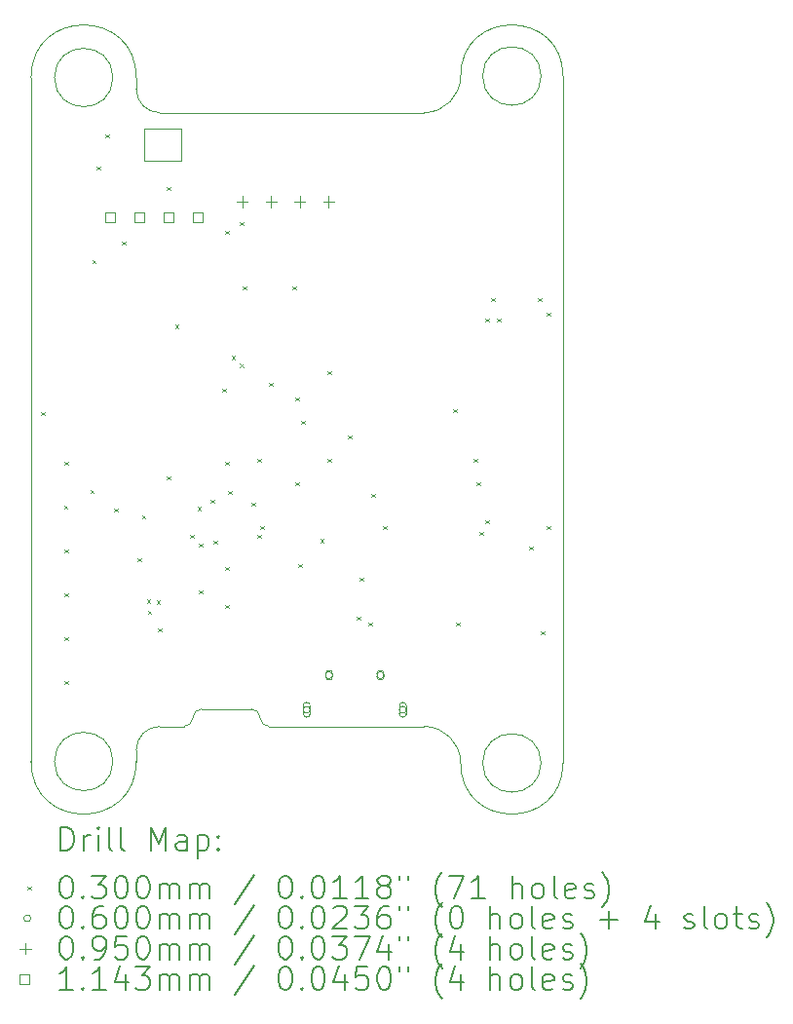
<source format=gbr>
%TF.GenerationSoftware,KiCad,Pcbnew,8.0.9-8.0.9-0~ubuntu24.04.1*%
%TF.CreationDate,2025-04-03T19:38:46-03:00*%
%TF.ProjectId,pm100,706d3130-302e-46b6-9963-61645f706362,rev?*%
%TF.SameCoordinates,Original*%
%TF.FileFunction,Drillmap*%
%TF.FilePolarity,Positive*%
%FSLAX45Y45*%
G04 Gerber Fmt 4.5, Leading zero omitted, Abs format (unit mm)*
G04 Created by KiCad (PCBNEW 8.0.9-8.0.9-0~ubuntu24.04.1) date 2025-04-03 19:38:46*
%MOMM*%
%LPD*%
G01*
G04 APERTURE LIST*
%ADD10C,0.050000*%
%ADD11C,0.120000*%
%ADD12C,0.200000*%
%ADD13C,0.100000*%
%ADD14C,0.114300*%
G04 APERTURE END LIST*
D10*
X16383000Y-3873500D02*
G75*
G02*
X16065500Y-4191000I-317500J0D01*
G01*
X13766800Y-4191000D02*
G75*
G02*
X13563600Y-3987800I0J203200D01*
G01*
X13766800Y-4191000D02*
X16065500Y-4191000D01*
X14055818Y-9448800D02*
G75*
G02*
X14132018Y-9372599I76202J0D01*
G01*
X13360400Y-3886200D02*
G75*
G02*
X12852400Y-3886200I-254000J0D01*
G01*
X12852400Y-3886200D02*
G75*
G02*
X13360400Y-3886200I254000J0D01*
G01*
X14716218Y-9525000D02*
G75*
G02*
X14640020Y-9448800I2J76200D01*
G01*
X14563818Y-9372600D02*
G75*
G02*
X14640020Y-9448800I2J-76200D01*
G01*
X12650000Y-9829800D02*
X12649200Y-3886200D01*
X17272000Y-3873500D02*
X17272000Y-9842500D01*
X17272000Y-9842500D02*
G75*
G02*
X16383000Y-9842500I-444500J0D01*
G01*
X16383000Y-3873500D02*
G75*
G02*
X17272000Y-3873500I444500J0D01*
G01*
X13563600Y-9728200D02*
X13563600Y-9829800D01*
X16065500Y-9525000D02*
G75*
G02*
X16383000Y-9842500I0J-317500D01*
G01*
X14716218Y-9525000D02*
X16065500Y-9525000D01*
X13563600Y-9829800D02*
G75*
G02*
X12649200Y-9829800I-457200J0D01*
G01*
X17081500Y-3873500D02*
G75*
G02*
X16573500Y-3873500I-254000J0D01*
G01*
X16573500Y-3873500D02*
G75*
G02*
X17081500Y-3873500I254000J0D01*
G01*
X13979618Y-9525000D02*
X13766800Y-9525000D01*
X13563600Y-9728200D02*
G75*
G02*
X13766800Y-9525000I203200J0D01*
G01*
X17081500Y-9842500D02*
G75*
G02*
X16573500Y-9842500I-254000J0D01*
G01*
X16573500Y-9842500D02*
G75*
G02*
X17081500Y-9842500I254000J0D01*
G01*
X13563600Y-3886200D02*
X13563600Y-3987800D01*
X13360400Y-9829800D02*
G75*
G02*
X12852400Y-9829800I-254000J0D01*
G01*
X12852400Y-9829800D02*
G75*
G02*
X13360400Y-9829800I254000J0D01*
G01*
X14563818Y-9372600D02*
X14132018Y-9372600D01*
X12649200Y-3886200D02*
G75*
G02*
X13563600Y-3886200I457200J0D01*
G01*
X14055818Y-9448800D02*
G75*
G02*
X13979618Y-9524999I-76199J0D01*
G01*
D11*
X13952200Y-4610400D02*
X13632200Y-4610400D01*
X13632200Y-4330400D01*
X13952200Y-4330400D01*
X13952200Y-4610400D01*
D12*
D13*
X12735800Y-6792200D02*
X12765800Y-6822200D01*
X12765800Y-6792200D02*
X12735800Y-6822200D01*
X12936100Y-7605000D02*
X12966100Y-7635000D01*
X12966100Y-7605000D02*
X12936100Y-7635000D01*
X12939000Y-7224000D02*
X12969000Y-7254000D01*
X12969000Y-7224000D02*
X12939000Y-7254000D01*
X12939000Y-7986000D02*
X12969000Y-8016000D01*
X12969000Y-7986000D02*
X12939000Y-8016000D01*
X12939000Y-8367000D02*
X12969000Y-8397000D01*
X12969000Y-8367000D02*
X12939000Y-8397000D01*
X12939000Y-8748000D02*
X12969000Y-8778000D01*
X12969000Y-8748000D02*
X12939000Y-8778000D01*
X12939000Y-9129000D02*
X12969000Y-9159000D01*
X12969000Y-9129000D02*
X12939000Y-9159000D01*
X13166247Y-7469667D02*
X13196247Y-7499667D01*
X13196247Y-7469667D02*
X13166247Y-7499667D01*
X13180300Y-5471400D02*
X13210300Y-5501400D01*
X13210300Y-5471400D02*
X13180300Y-5501400D01*
X13218400Y-4658600D02*
X13248400Y-4688600D01*
X13248400Y-4658600D02*
X13218400Y-4688600D01*
X13294600Y-4379200D02*
X13324600Y-4409200D01*
X13324600Y-4379200D02*
X13294600Y-4409200D01*
X13370800Y-7630400D02*
X13400800Y-7660400D01*
X13400800Y-7630400D02*
X13370800Y-7660400D01*
X13439462Y-5311462D02*
X13469462Y-5341462D01*
X13469462Y-5311462D02*
X13439462Y-5341462D01*
X13574000Y-8062200D02*
X13604000Y-8092200D01*
X13604000Y-8062200D02*
X13574000Y-8092200D01*
X13611629Y-7687883D02*
X13641629Y-7717883D01*
X13641629Y-7687883D02*
X13611629Y-7717883D01*
X13655922Y-8420498D02*
X13685922Y-8450498D01*
X13685922Y-8420498D02*
X13655922Y-8450498D01*
X13662900Y-8519400D02*
X13692900Y-8549400D01*
X13692900Y-8519400D02*
X13662900Y-8549400D01*
X13740153Y-8431907D02*
X13770153Y-8461907D01*
X13770153Y-8431907D02*
X13740153Y-8461907D01*
X13751240Y-8671450D02*
X13781240Y-8701450D01*
X13781240Y-8671450D02*
X13751240Y-8701450D01*
X13828000Y-4836400D02*
X13858000Y-4866400D01*
X13858000Y-4836400D02*
X13828000Y-4866400D01*
X13828000Y-7351000D02*
X13858000Y-7381000D01*
X13858000Y-7351000D02*
X13828000Y-7381000D01*
X13899929Y-6034470D02*
X13929929Y-6064470D01*
X13929929Y-6034470D02*
X13899929Y-6064470D01*
X14031200Y-7859000D02*
X14061200Y-7889000D01*
X14061200Y-7859000D02*
X14031200Y-7889000D01*
X14096002Y-7619002D02*
X14126002Y-7649002D01*
X14126002Y-7619002D02*
X14096002Y-7649002D01*
X14107400Y-7935200D02*
X14137400Y-7965200D01*
X14137400Y-7935200D02*
X14107400Y-7965200D01*
X14107400Y-8341600D02*
X14137400Y-8371600D01*
X14137400Y-8341600D02*
X14107400Y-8371600D01*
X14209000Y-7554200D02*
X14239000Y-7584200D01*
X14239000Y-7554200D02*
X14209000Y-7584200D01*
X14234400Y-7909800D02*
X14264400Y-7939800D01*
X14264400Y-7909800D02*
X14234400Y-7939800D01*
X14310600Y-6589000D02*
X14340600Y-6619000D01*
X14340600Y-6589000D02*
X14310600Y-6619000D01*
X14336000Y-5217400D02*
X14366000Y-5247400D01*
X14366000Y-5217400D02*
X14336000Y-5247400D01*
X14336000Y-7224000D02*
X14366000Y-7254000D01*
X14366000Y-7224000D02*
X14336000Y-7254000D01*
X14336000Y-8138400D02*
X14366000Y-8168400D01*
X14366000Y-8138400D02*
X14336000Y-8168400D01*
X14336000Y-8468600D02*
X14366000Y-8498600D01*
X14366000Y-8468600D02*
X14336000Y-8498600D01*
X14361400Y-7478000D02*
X14391400Y-7508000D01*
X14391400Y-7478000D02*
X14361400Y-7508000D01*
X14390469Y-6306600D02*
X14420469Y-6336600D01*
X14420469Y-6306600D02*
X14390469Y-6336600D01*
X14463000Y-5141200D02*
X14493000Y-5171200D01*
X14493000Y-5141200D02*
X14463000Y-5171200D01*
X14463000Y-6371600D02*
X14493000Y-6401600D01*
X14493000Y-6371600D02*
X14463000Y-6401600D01*
X14488400Y-5700000D02*
X14518400Y-5730000D01*
X14518400Y-5700000D02*
X14488400Y-5730000D01*
X14564600Y-7579600D02*
X14594600Y-7609600D01*
X14594600Y-7579600D02*
X14564600Y-7609600D01*
X14615400Y-7198600D02*
X14645400Y-7228600D01*
X14645400Y-7198600D02*
X14615400Y-7228600D01*
X14615400Y-7859000D02*
X14645400Y-7889000D01*
X14645400Y-7859000D02*
X14615400Y-7889000D01*
X14640800Y-7782800D02*
X14670800Y-7812800D01*
X14670800Y-7782800D02*
X14640800Y-7812800D01*
X14717000Y-6538200D02*
X14747000Y-6568200D01*
X14747000Y-6538200D02*
X14717000Y-6568200D01*
X14920200Y-5700000D02*
X14950200Y-5730000D01*
X14950200Y-5700000D02*
X14920200Y-5730000D01*
X14945600Y-6665200D02*
X14975600Y-6695200D01*
X14975600Y-6665200D02*
X14945600Y-6695200D01*
X14945600Y-7401800D02*
X14975600Y-7431800D01*
X14975600Y-7401800D02*
X14945600Y-7431800D01*
X14971000Y-8113000D02*
X15001000Y-8143000D01*
X15001000Y-8113000D02*
X14971000Y-8143000D01*
X14996400Y-6868400D02*
X15026400Y-6898400D01*
X15026400Y-6868400D02*
X14996400Y-6898400D01*
X15161500Y-7897100D02*
X15191500Y-7927100D01*
X15191500Y-7897100D02*
X15161500Y-7927100D01*
X15225000Y-6436600D02*
X15255000Y-6466600D01*
X15255000Y-6436600D02*
X15225000Y-6466600D01*
X15225000Y-7198600D02*
X15255000Y-7228600D01*
X15255000Y-7198600D02*
X15225000Y-7228600D01*
X15402800Y-6995400D02*
X15432800Y-7025400D01*
X15432800Y-6995400D02*
X15402800Y-7025400D01*
X15479000Y-8570200D02*
X15509000Y-8600200D01*
X15509000Y-8570200D02*
X15479000Y-8600200D01*
X15503100Y-8230600D02*
X15533100Y-8260600D01*
X15533100Y-8230600D02*
X15503100Y-8260600D01*
X15580600Y-8621000D02*
X15610600Y-8651000D01*
X15610600Y-8621000D02*
X15580600Y-8651000D01*
X15606000Y-7503400D02*
X15636000Y-7533400D01*
X15636000Y-7503400D02*
X15606000Y-7533400D01*
X15707600Y-7782800D02*
X15737600Y-7812800D01*
X15737600Y-7782800D02*
X15707600Y-7812800D01*
X16317200Y-6766800D02*
X16347200Y-6796800D01*
X16347200Y-6766800D02*
X16317200Y-6796800D01*
X16342600Y-8621000D02*
X16372600Y-8651000D01*
X16372600Y-8621000D02*
X16342600Y-8651000D01*
X16495000Y-7198600D02*
X16525000Y-7228600D01*
X16525000Y-7198600D02*
X16495000Y-7228600D01*
X16520400Y-7401800D02*
X16550400Y-7431800D01*
X16550400Y-7401800D02*
X16520400Y-7431800D01*
X16545800Y-7833600D02*
X16575800Y-7863600D01*
X16575800Y-7833600D02*
X16545800Y-7863600D01*
X16596600Y-5979400D02*
X16626600Y-6009400D01*
X16626600Y-5979400D02*
X16596600Y-6009400D01*
X16596600Y-7732000D02*
X16626600Y-7762000D01*
X16626600Y-7732000D02*
X16596600Y-7762000D01*
X16647400Y-5801600D02*
X16677400Y-5831600D01*
X16677400Y-5801600D02*
X16647400Y-5831600D01*
X16698200Y-5979400D02*
X16728200Y-6009400D01*
X16728200Y-5979400D02*
X16698200Y-6009400D01*
X16977600Y-7960600D02*
X17007600Y-7990600D01*
X17007600Y-7960600D02*
X16977600Y-7990600D01*
X17053800Y-5801600D02*
X17083800Y-5831600D01*
X17083800Y-5801600D02*
X17053800Y-5831600D01*
X17079200Y-8697200D02*
X17109200Y-8727200D01*
X17109200Y-8697200D02*
X17079200Y-8727200D01*
X17130000Y-5928600D02*
X17160000Y-5958600D01*
X17160000Y-5928600D02*
X17130000Y-5958600D01*
X17130000Y-7782800D02*
X17160000Y-7812800D01*
X17160000Y-7782800D02*
X17130000Y-7812800D01*
X15074500Y-9380000D02*
G75*
G02*
X15014500Y-9380000I-30000J0D01*
G01*
X15014500Y-9380000D02*
G75*
G02*
X15074500Y-9380000I30000J0D01*
G01*
X15074500Y-9415000D02*
X15074500Y-9345000D01*
X15014500Y-9345000D02*
G75*
G02*
X15074500Y-9345000I30000J0D01*
G01*
X15014500Y-9345000D02*
X15014500Y-9415000D01*
X15014500Y-9415000D02*
G75*
G03*
X15074500Y-9415000I30000J0D01*
G01*
X15269500Y-9080000D02*
G75*
G02*
X15209500Y-9080000I-30000J0D01*
G01*
X15209500Y-9080000D02*
G75*
G02*
X15269500Y-9080000I30000J0D01*
G01*
X15269500Y-9092500D02*
X15269500Y-9067500D01*
X15209500Y-9067500D02*
G75*
G02*
X15269500Y-9067500I30000J0D01*
G01*
X15209500Y-9067500D02*
X15209500Y-9092500D01*
X15209500Y-9092500D02*
G75*
G03*
X15269500Y-9092500I30000J0D01*
G01*
X15714500Y-9080000D02*
G75*
G02*
X15654500Y-9080000I-30000J0D01*
G01*
X15654500Y-9080000D02*
G75*
G02*
X15714500Y-9080000I30000J0D01*
G01*
X15714500Y-9092500D02*
X15714500Y-9067500D01*
X15654500Y-9067500D02*
G75*
G02*
X15714500Y-9067500I30000J0D01*
G01*
X15654500Y-9067500D02*
X15654500Y-9092500D01*
X15654500Y-9092500D02*
G75*
G03*
X15714500Y-9092500I30000J0D01*
G01*
X15909500Y-9380000D02*
G75*
G02*
X15849500Y-9380000I-30000J0D01*
G01*
X15849500Y-9380000D02*
G75*
G02*
X15909500Y-9380000I30000J0D01*
G01*
X15909500Y-9415000D02*
X15909500Y-9345000D01*
X15849500Y-9345000D02*
G75*
G02*
X15909500Y-9345000I30000J0D01*
G01*
X15849500Y-9345000D02*
X15849500Y-9415000D01*
X15849500Y-9415000D02*
G75*
G03*
X15909500Y-9415000I30000J0D01*
G01*
X14485000Y-4917500D02*
X14485000Y-5012500D01*
X14437500Y-4965000D02*
X14532500Y-4965000D01*
X14735000Y-4917500D02*
X14735000Y-5012500D01*
X14687500Y-4965000D02*
X14782500Y-4965000D01*
X14985000Y-4917500D02*
X14985000Y-5012500D01*
X14937500Y-4965000D02*
X15032500Y-4965000D01*
X15235000Y-4917500D02*
X15235000Y-5012500D01*
X15187500Y-4965000D02*
X15282500Y-4965000D01*
D14*
X13375411Y-5140412D02*
X13375411Y-5059589D01*
X13294588Y-5059589D01*
X13294588Y-5140412D01*
X13375411Y-5140412D01*
X13629411Y-5140412D02*
X13629411Y-5059589D01*
X13548588Y-5059589D01*
X13548588Y-5140412D01*
X13629411Y-5140412D01*
X13883411Y-5140412D02*
X13883411Y-5059589D01*
X13802588Y-5059589D01*
X13802588Y-5140412D01*
X13883411Y-5140412D01*
X14137411Y-5140412D02*
X14137411Y-5059589D01*
X14056588Y-5059589D01*
X14056588Y-5140412D01*
X14137411Y-5140412D01*
D12*
X12907477Y-10600984D02*
X12907477Y-10400984D01*
X12907477Y-10400984D02*
X12955096Y-10400984D01*
X12955096Y-10400984D02*
X12983667Y-10410508D01*
X12983667Y-10410508D02*
X13002715Y-10429555D01*
X13002715Y-10429555D02*
X13012239Y-10448603D01*
X13012239Y-10448603D02*
X13021762Y-10486698D01*
X13021762Y-10486698D02*
X13021762Y-10515270D01*
X13021762Y-10515270D02*
X13012239Y-10553365D01*
X13012239Y-10553365D02*
X13002715Y-10572412D01*
X13002715Y-10572412D02*
X12983667Y-10591460D01*
X12983667Y-10591460D02*
X12955096Y-10600984D01*
X12955096Y-10600984D02*
X12907477Y-10600984D01*
X13107477Y-10600984D02*
X13107477Y-10467651D01*
X13107477Y-10505746D02*
X13117001Y-10486698D01*
X13117001Y-10486698D02*
X13126524Y-10477174D01*
X13126524Y-10477174D02*
X13145572Y-10467651D01*
X13145572Y-10467651D02*
X13164620Y-10467651D01*
X13231286Y-10600984D02*
X13231286Y-10467651D01*
X13231286Y-10400984D02*
X13221762Y-10410508D01*
X13221762Y-10410508D02*
X13231286Y-10420032D01*
X13231286Y-10420032D02*
X13240810Y-10410508D01*
X13240810Y-10410508D02*
X13231286Y-10400984D01*
X13231286Y-10400984D02*
X13231286Y-10420032D01*
X13355096Y-10600984D02*
X13336048Y-10591460D01*
X13336048Y-10591460D02*
X13326524Y-10572412D01*
X13326524Y-10572412D02*
X13326524Y-10400984D01*
X13459858Y-10600984D02*
X13440810Y-10591460D01*
X13440810Y-10591460D02*
X13431286Y-10572412D01*
X13431286Y-10572412D02*
X13431286Y-10400984D01*
X13688429Y-10600984D02*
X13688429Y-10400984D01*
X13688429Y-10400984D02*
X13755096Y-10543841D01*
X13755096Y-10543841D02*
X13821762Y-10400984D01*
X13821762Y-10400984D02*
X13821762Y-10600984D01*
X14002715Y-10600984D02*
X14002715Y-10496222D01*
X14002715Y-10496222D02*
X13993191Y-10477174D01*
X13993191Y-10477174D02*
X13974143Y-10467651D01*
X13974143Y-10467651D02*
X13936048Y-10467651D01*
X13936048Y-10467651D02*
X13917001Y-10477174D01*
X14002715Y-10591460D02*
X13983667Y-10600984D01*
X13983667Y-10600984D02*
X13936048Y-10600984D01*
X13936048Y-10600984D02*
X13917001Y-10591460D01*
X13917001Y-10591460D02*
X13907477Y-10572412D01*
X13907477Y-10572412D02*
X13907477Y-10553365D01*
X13907477Y-10553365D02*
X13917001Y-10534317D01*
X13917001Y-10534317D02*
X13936048Y-10524793D01*
X13936048Y-10524793D02*
X13983667Y-10524793D01*
X13983667Y-10524793D02*
X14002715Y-10515270D01*
X14097953Y-10467651D02*
X14097953Y-10667651D01*
X14097953Y-10477174D02*
X14117001Y-10467651D01*
X14117001Y-10467651D02*
X14155096Y-10467651D01*
X14155096Y-10467651D02*
X14174143Y-10477174D01*
X14174143Y-10477174D02*
X14183667Y-10486698D01*
X14183667Y-10486698D02*
X14193191Y-10505746D01*
X14193191Y-10505746D02*
X14193191Y-10562889D01*
X14193191Y-10562889D02*
X14183667Y-10581936D01*
X14183667Y-10581936D02*
X14174143Y-10591460D01*
X14174143Y-10591460D02*
X14155096Y-10600984D01*
X14155096Y-10600984D02*
X14117001Y-10600984D01*
X14117001Y-10600984D02*
X14097953Y-10591460D01*
X14278905Y-10581936D02*
X14288429Y-10591460D01*
X14288429Y-10591460D02*
X14278905Y-10600984D01*
X14278905Y-10600984D02*
X14269382Y-10591460D01*
X14269382Y-10591460D02*
X14278905Y-10581936D01*
X14278905Y-10581936D02*
X14278905Y-10600984D01*
X14278905Y-10477174D02*
X14288429Y-10486698D01*
X14288429Y-10486698D02*
X14278905Y-10496222D01*
X14278905Y-10496222D02*
X14269382Y-10486698D01*
X14269382Y-10486698D02*
X14278905Y-10477174D01*
X14278905Y-10477174D02*
X14278905Y-10496222D01*
D13*
X12616700Y-10914500D02*
X12646700Y-10944500D01*
X12646700Y-10914500D02*
X12616700Y-10944500D01*
D12*
X12945572Y-10820984D02*
X12964620Y-10820984D01*
X12964620Y-10820984D02*
X12983667Y-10830508D01*
X12983667Y-10830508D02*
X12993191Y-10840032D01*
X12993191Y-10840032D02*
X13002715Y-10859079D01*
X13002715Y-10859079D02*
X13012239Y-10897174D01*
X13012239Y-10897174D02*
X13012239Y-10944793D01*
X13012239Y-10944793D02*
X13002715Y-10982889D01*
X13002715Y-10982889D02*
X12993191Y-11001936D01*
X12993191Y-11001936D02*
X12983667Y-11011460D01*
X12983667Y-11011460D02*
X12964620Y-11020984D01*
X12964620Y-11020984D02*
X12945572Y-11020984D01*
X12945572Y-11020984D02*
X12926524Y-11011460D01*
X12926524Y-11011460D02*
X12917001Y-11001936D01*
X12917001Y-11001936D02*
X12907477Y-10982889D01*
X12907477Y-10982889D02*
X12897953Y-10944793D01*
X12897953Y-10944793D02*
X12897953Y-10897174D01*
X12897953Y-10897174D02*
X12907477Y-10859079D01*
X12907477Y-10859079D02*
X12917001Y-10840032D01*
X12917001Y-10840032D02*
X12926524Y-10830508D01*
X12926524Y-10830508D02*
X12945572Y-10820984D01*
X13097953Y-11001936D02*
X13107477Y-11011460D01*
X13107477Y-11011460D02*
X13097953Y-11020984D01*
X13097953Y-11020984D02*
X13088429Y-11011460D01*
X13088429Y-11011460D02*
X13097953Y-11001936D01*
X13097953Y-11001936D02*
X13097953Y-11020984D01*
X13174143Y-10820984D02*
X13297953Y-10820984D01*
X13297953Y-10820984D02*
X13231286Y-10897174D01*
X13231286Y-10897174D02*
X13259858Y-10897174D01*
X13259858Y-10897174D02*
X13278905Y-10906698D01*
X13278905Y-10906698D02*
X13288429Y-10916222D01*
X13288429Y-10916222D02*
X13297953Y-10935270D01*
X13297953Y-10935270D02*
X13297953Y-10982889D01*
X13297953Y-10982889D02*
X13288429Y-11001936D01*
X13288429Y-11001936D02*
X13278905Y-11011460D01*
X13278905Y-11011460D02*
X13259858Y-11020984D01*
X13259858Y-11020984D02*
X13202715Y-11020984D01*
X13202715Y-11020984D02*
X13183667Y-11011460D01*
X13183667Y-11011460D02*
X13174143Y-11001936D01*
X13421762Y-10820984D02*
X13440810Y-10820984D01*
X13440810Y-10820984D02*
X13459858Y-10830508D01*
X13459858Y-10830508D02*
X13469382Y-10840032D01*
X13469382Y-10840032D02*
X13478905Y-10859079D01*
X13478905Y-10859079D02*
X13488429Y-10897174D01*
X13488429Y-10897174D02*
X13488429Y-10944793D01*
X13488429Y-10944793D02*
X13478905Y-10982889D01*
X13478905Y-10982889D02*
X13469382Y-11001936D01*
X13469382Y-11001936D02*
X13459858Y-11011460D01*
X13459858Y-11011460D02*
X13440810Y-11020984D01*
X13440810Y-11020984D02*
X13421762Y-11020984D01*
X13421762Y-11020984D02*
X13402715Y-11011460D01*
X13402715Y-11011460D02*
X13393191Y-11001936D01*
X13393191Y-11001936D02*
X13383667Y-10982889D01*
X13383667Y-10982889D02*
X13374143Y-10944793D01*
X13374143Y-10944793D02*
X13374143Y-10897174D01*
X13374143Y-10897174D02*
X13383667Y-10859079D01*
X13383667Y-10859079D02*
X13393191Y-10840032D01*
X13393191Y-10840032D02*
X13402715Y-10830508D01*
X13402715Y-10830508D02*
X13421762Y-10820984D01*
X13612239Y-10820984D02*
X13631286Y-10820984D01*
X13631286Y-10820984D02*
X13650334Y-10830508D01*
X13650334Y-10830508D02*
X13659858Y-10840032D01*
X13659858Y-10840032D02*
X13669382Y-10859079D01*
X13669382Y-10859079D02*
X13678905Y-10897174D01*
X13678905Y-10897174D02*
X13678905Y-10944793D01*
X13678905Y-10944793D02*
X13669382Y-10982889D01*
X13669382Y-10982889D02*
X13659858Y-11001936D01*
X13659858Y-11001936D02*
X13650334Y-11011460D01*
X13650334Y-11011460D02*
X13631286Y-11020984D01*
X13631286Y-11020984D02*
X13612239Y-11020984D01*
X13612239Y-11020984D02*
X13593191Y-11011460D01*
X13593191Y-11011460D02*
X13583667Y-11001936D01*
X13583667Y-11001936D02*
X13574143Y-10982889D01*
X13574143Y-10982889D02*
X13564620Y-10944793D01*
X13564620Y-10944793D02*
X13564620Y-10897174D01*
X13564620Y-10897174D02*
X13574143Y-10859079D01*
X13574143Y-10859079D02*
X13583667Y-10840032D01*
X13583667Y-10840032D02*
X13593191Y-10830508D01*
X13593191Y-10830508D02*
X13612239Y-10820984D01*
X13764620Y-11020984D02*
X13764620Y-10887651D01*
X13764620Y-10906698D02*
X13774143Y-10897174D01*
X13774143Y-10897174D02*
X13793191Y-10887651D01*
X13793191Y-10887651D02*
X13821763Y-10887651D01*
X13821763Y-10887651D02*
X13840810Y-10897174D01*
X13840810Y-10897174D02*
X13850334Y-10916222D01*
X13850334Y-10916222D02*
X13850334Y-11020984D01*
X13850334Y-10916222D02*
X13859858Y-10897174D01*
X13859858Y-10897174D02*
X13878905Y-10887651D01*
X13878905Y-10887651D02*
X13907477Y-10887651D01*
X13907477Y-10887651D02*
X13926524Y-10897174D01*
X13926524Y-10897174D02*
X13936048Y-10916222D01*
X13936048Y-10916222D02*
X13936048Y-11020984D01*
X14031286Y-11020984D02*
X14031286Y-10887651D01*
X14031286Y-10906698D02*
X14040810Y-10897174D01*
X14040810Y-10897174D02*
X14059858Y-10887651D01*
X14059858Y-10887651D02*
X14088429Y-10887651D01*
X14088429Y-10887651D02*
X14107477Y-10897174D01*
X14107477Y-10897174D02*
X14117001Y-10916222D01*
X14117001Y-10916222D02*
X14117001Y-11020984D01*
X14117001Y-10916222D02*
X14126524Y-10897174D01*
X14126524Y-10897174D02*
X14145572Y-10887651D01*
X14145572Y-10887651D02*
X14174143Y-10887651D01*
X14174143Y-10887651D02*
X14193191Y-10897174D01*
X14193191Y-10897174D02*
X14202715Y-10916222D01*
X14202715Y-10916222D02*
X14202715Y-11020984D01*
X14593191Y-10811460D02*
X14421763Y-11068603D01*
X14850334Y-10820984D02*
X14869382Y-10820984D01*
X14869382Y-10820984D02*
X14888429Y-10830508D01*
X14888429Y-10830508D02*
X14897953Y-10840032D01*
X14897953Y-10840032D02*
X14907477Y-10859079D01*
X14907477Y-10859079D02*
X14917001Y-10897174D01*
X14917001Y-10897174D02*
X14917001Y-10944793D01*
X14917001Y-10944793D02*
X14907477Y-10982889D01*
X14907477Y-10982889D02*
X14897953Y-11001936D01*
X14897953Y-11001936D02*
X14888429Y-11011460D01*
X14888429Y-11011460D02*
X14869382Y-11020984D01*
X14869382Y-11020984D02*
X14850334Y-11020984D01*
X14850334Y-11020984D02*
X14831286Y-11011460D01*
X14831286Y-11011460D02*
X14821763Y-11001936D01*
X14821763Y-11001936D02*
X14812239Y-10982889D01*
X14812239Y-10982889D02*
X14802715Y-10944793D01*
X14802715Y-10944793D02*
X14802715Y-10897174D01*
X14802715Y-10897174D02*
X14812239Y-10859079D01*
X14812239Y-10859079D02*
X14821763Y-10840032D01*
X14821763Y-10840032D02*
X14831286Y-10830508D01*
X14831286Y-10830508D02*
X14850334Y-10820984D01*
X15002715Y-11001936D02*
X15012239Y-11011460D01*
X15012239Y-11011460D02*
X15002715Y-11020984D01*
X15002715Y-11020984D02*
X14993191Y-11011460D01*
X14993191Y-11011460D02*
X15002715Y-11001936D01*
X15002715Y-11001936D02*
X15002715Y-11020984D01*
X15136048Y-10820984D02*
X15155096Y-10820984D01*
X15155096Y-10820984D02*
X15174144Y-10830508D01*
X15174144Y-10830508D02*
X15183667Y-10840032D01*
X15183667Y-10840032D02*
X15193191Y-10859079D01*
X15193191Y-10859079D02*
X15202715Y-10897174D01*
X15202715Y-10897174D02*
X15202715Y-10944793D01*
X15202715Y-10944793D02*
X15193191Y-10982889D01*
X15193191Y-10982889D02*
X15183667Y-11001936D01*
X15183667Y-11001936D02*
X15174144Y-11011460D01*
X15174144Y-11011460D02*
X15155096Y-11020984D01*
X15155096Y-11020984D02*
X15136048Y-11020984D01*
X15136048Y-11020984D02*
X15117001Y-11011460D01*
X15117001Y-11011460D02*
X15107477Y-11001936D01*
X15107477Y-11001936D02*
X15097953Y-10982889D01*
X15097953Y-10982889D02*
X15088429Y-10944793D01*
X15088429Y-10944793D02*
X15088429Y-10897174D01*
X15088429Y-10897174D02*
X15097953Y-10859079D01*
X15097953Y-10859079D02*
X15107477Y-10840032D01*
X15107477Y-10840032D02*
X15117001Y-10830508D01*
X15117001Y-10830508D02*
X15136048Y-10820984D01*
X15393191Y-11020984D02*
X15278906Y-11020984D01*
X15336048Y-11020984D02*
X15336048Y-10820984D01*
X15336048Y-10820984D02*
X15317001Y-10849555D01*
X15317001Y-10849555D02*
X15297953Y-10868603D01*
X15297953Y-10868603D02*
X15278906Y-10878127D01*
X15583667Y-11020984D02*
X15469382Y-11020984D01*
X15526525Y-11020984D02*
X15526525Y-10820984D01*
X15526525Y-10820984D02*
X15507477Y-10849555D01*
X15507477Y-10849555D02*
X15488429Y-10868603D01*
X15488429Y-10868603D02*
X15469382Y-10878127D01*
X15697953Y-10906698D02*
X15678906Y-10897174D01*
X15678906Y-10897174D02*
X15669382Y-10887651D01*
X15669382Y-10887651D02*
X15659858Y-10868603D01*
X15659858Y-10868603D02*
X15659858Y-10859079D01*
X15659858Y-10859079D02*
X15669382Y-10840032D01*
X15669382Y-10840032D02*
X15678906Y-10830508D01*
X15678906Y-10830508D02*
X15697953Y-10820984D01*
X15697953Y-10820984D02*
X15736048Y-10820984D01*
X15736048Y-10820984D02*
X15755096Y-10830508D01*
X15755096Y-10830508D02*
X15764620Y-10840032D01*
X15764620Y-10840032D02*
X15774144Y-10859079D01*
X15774144Y-10859079D02*
X15774144Y-10868603D01*
X15774144Y-10868603D02*
X15764620Y-10887651D01*
X15764620Y-10887651D02*
X15755096Y-10897174D01*
X15755096Y-10897174D02*
X15736048Y-10906698D01*
X15736048Y-10906698D02*
X15697953Y-10906698D01*
X15697953Y-10906698D02*
X15678906Y-10916222D01*
X15678906Y-10916222D02*
X15669382Y-10925746D01*
X15669382Y-10925746D02*
X15659858Y-10944793D01*
X15659858Y-10944793D02*
X15659858Y-10982889D01*
X15659858Y-10982889D02*
X15669382Y-11001936D01*
X15669382Y-11001936D02*
X15678906Y-11011460D01*
X15678906Y-11011460D02*
X15697953Y-11020984D01*
X15697953Y-11020984D02*
X15736048Y-11020984D01*
X15736048Y-11020984D02*
X15755096Y-11011460D01*
X15755096Y-11011460D02*
X15764620Y-11001936D01*
X15764620Y-11001936D02*
X15774144Y-10982889D01*
X15774144Y-10982889D02*
X15774144Y-10944793D01*
X15774144Y-10944793D02*
X15764620Y-10925746D01*
X15764620Y-10925746D02*
X15755096Y-10916222D01*
X15755096Y-10916222D02*
X15736048Y-10906698D01*
X15850334Y-10820984D02*
X15850334Y-10859079D01*
X15926525Y-10820984D02*
X15926525Y-10859079D01*
X16221763Y-11097174D02*
X16212239Y-11087651D01*
X16212239Y-11087651D02*
X16193191Y-11059079D01*
X16193191Y-11059079D02*
X16183668Y-11040032D01*
X16183668Y-11040032D02*
X16174144Y-11011460D01*
X16174144Y-11011460D02*
X16164620Y-10963841D01*
X16164620Y-10963841D02*
X16164620Y-10925746D01*
X16164620Y-10925746D02*
X16174144Y-10878127D01*
X16174144Y-10878127D02*
X16183668Y-10849555D01*
X16183668Y-10849555D02*
X16193191Y-10830508D01*
X16193191Y-10830508D02*
X16212239Y-10801936D01*
X16212239Y-10801936D02*
X16221763Y-10792412D01*
X16278906Y-10820984D02*
X16412239Y-10820984D01*
X16412239Y-10820984D02*
X16326525Y-11020984D01*
X16593191Y-11020984D02*
X16478906Y-11020984D01*
X16536048Y-11020984D02*
X16536048Y-10820984D01*
X16536048Y-10820984D02*
X16517001Y-10849555D01*
X16517001Y-10849555D02*
X16497953Y-10868603D01*
X16497953Y-10868603D02*
X16478906Y-10878127D01*
X16831287Y-11020984D02*
X16831287Y-10820984D01*
X16917001Y-11020984D02*
X16917001Y-10916222D01*
X16917001Y-10916222D02*
X16907477Y-10897174D01*
X16907477Y-10897174D02*
X16888430Y-10887651D01*
X16888430Y-10887651D02*
X16859858Y-10887651D01*
X16859858Y-10887651D02*
X16840811Y-10897174D01*
X16840811Y-10897174D02*
X16831287Y-10906698D01*
X17040811Y-11020984D02*
X17021763Y-11011460D01*
X17021763Y-11011460D02*
X17012239Y-11001936D01*
X17012239Y-11001936D02*
X17002715Y-10982889D01*
X17002715Y-10982889D02*
X17002715Y-10925746D01*
X17002715Y-10925746D02*
X17012239Y-10906698D01*
X17012239Y-10906698D02*
X17021763Y-10897174D01*
X17021763Y-10897174D02*
X17040811Y-10887651D01*
X17040811Y-10887651D02*
X17069382Y-10887651D01*
X17069382Y-10887651D02*
X17088430Y-10897174D01*
X17088430Y-10897174D02*
X17097953Y-10906698D01*
X17097953Y-10906698D02*
X17107477Y-10925746D01*
X17107477Y-10925746D02*
X17107477Y-10982889D01*
X17107477Y-10982889D02*
X17097953Y-11001936D01*
X17097953Y-11001936D02*
X17088430Y-11011460D01*
X17088430Y-11011460D02*
X17069382Y-11020984D01*
X17069382Y-11020984D02*
X17040811Y-11020984D01*
X17221763Y-11020984D02*
X17202715Y-11011460D01*
X17202715Y-11011460D02*
X17193192Y-10992412D01*
X17193192Y-10992412D02*
X17193192Y-10820984D01*
X17374144Y-11011460D02*
X17355096Y-11020984D01*
X17355096Y-11020984D02*
X17317001Y-11020984D01*
X17317001Y-11020984D02*
X17297953Y-11011460D01*
X17297953Y-11011460D02*
X17288430Y-10992412D01*
X17288430Y-10992412D02*
X17288430Y-10916222D01*
X17288430Y-10916222D02*
X17297953Y-10897174D01*
X17297953Y-10897174D02*
X17317001Y-10887651D01*
X17317001Y-10887651D02*
X17355096Y-10887651D01*
X17355096Y-10887651D02*
X17374144Y-10897174D01*
X17374144Y-10897174D02*
X17383668Y-10916222D01*
X17383668Y-10916222D02*
X17383668Y-10935270D01*
X17383668Y-10935270D02*
X17288430Y-10954317D01*
X17459858Y-11011460D02*
X17478906Y-11020984D01*
X17478906Y-11020984D02*
X17517001Y-11020984D01*
X17517001Y-11020984D02*
X17536049Y-11011460D01*
X17536049Y-11011460D02*
X17545573Y-10992412D01*
X17545573Y-10992412D02*
X17545573Y-10982889D01*
X17545573Y-10982889D02*
X17536049Y-10963841D01*
X17536049Y-10963841D02*
X17517001Y-10954317D01*
X17517001Y-10954317D02*
X17488430Y-10954317D01*
X17488430Y-10954317D02*
X17469382Y-10944793D01*
X17469382Y-10944793D02*
X17459858Y-10925746D01*
X17459858Y-10925746D02*
X17459858Y-10916222D01*
X17459858Y-10916222D02*
X17469382Y-10897174D01*
X17469382Y-10897174D02*
X17488430Y-10887651D01*
X17488430Y-10887651D02*
X17517001Y-10887651D01*
X17517001Y-10887651D02*
X17536049Y-10897174D01*
X17612239Y-11097174D02*
X17621763Y-11087651D01*
X17621763Y-11087651D02*
X17640811Y-11059079D01*
X17640811Y-11059079D02*
X17650334Y-11040032D01*
X17650334Y-11040032D02*
X17659858Y-11011460D01*
X17659858Y-11011460D02*
X17669382Y-10963841D01*
X17669382Y-10963841D02*
X17669382Y-10925746D01*
X17669382Y-10925746D02*
X17659858Y-10878127D01*
X17659858Y-10878127D02*
X17650334Y-10849555D01*
X17650334Y-10849555D02*
X17640811Y-10830508D01*
X17640811Y-10830508D02*
X17621763Y-10801936D01*
X17621763Y-10801936D02*
X17612239Y-10792412D01*
D13*
X12646700Y-11193500D02*
G75*
G02*
X12586700Y-11193500I-30000J0D01*
G01*
X12586700Y-11193500D02*
G75*
G02*
X12646700Y-11193500I30000J0D01*
G01*
D12*
X12945572Y-11084984D02*
X12964620Y-11084984D01*
X12964620Y-11084984D02*
X12983667Y-11094508D01*
X12983667Y-11094508D02*
X12993191Y-11104032D01*
X12993191Y-11104032D02*
X13002715Y-11123079D01*
X13002715Y-11123079D02*
X13012239Y-11161174D01*
X13012239Y-11161174D02*
X13012239Y-11208793D01*
X13012239Y-11208793D02*
X13002715Y-11246889D01*
X13002715Y-11246889D02*
X12993191Y-11265936D01*
X12993191Y-11265936D02*
X12983667Y-11275460D01*
X12983667Y-11275460D02*
X12964620Y-11284984D01*
X12964620Y-11284984D02*
X12945572Y-11284984D01*
X12945572Y-11284984D02*
X12926524Y-11275460D01*
X12926524Y-11275460D02*
X12917001Y-11265936D01*
X12917001Y-11265936D02*
X12907477Y-11246889D01*
X12907477Y-11246889D02*
X12897953Y-11208793D01*
X12897953Y-11208793D02*
X12897953Y-11161174D01*
X12897953Y-11161174D02*
X12907477Y-11123079D01*
X12907477Y-11123079D02*
X12917001Y-11104032D01*
X12917001Y-11104032D02*
X12926524Y-11094508D01*
X12926524Y-11094508D02*
X12945572Y-11084984D01*
X13097953Y-11265936D02*
X13107477Y-11275460D01*
X13107477Y-11275460D02*
X13097953Y-11284984D01*
X13097953Y-11284984D02*
X13088429Y-11275460D01*
X13088429Y-11275460D02*
X13097953Y-11265936D01*
X13097953Y-11265936D02*
X13097953Y-11284984D01*
X13278905Y-11084984D02*
X13240810Y-11084984D01*
X13240810Y-11084984D02*
X13221762Y-11094508D01*
X13221762Y-11094508D02*
X13212239Y-11104032D01*
X13212239Y-11104032D02*
X13193191Y-11132603D01*
X13193191Y-11132603D02*
X13183667Y-11170698D01*
X13183667Y-11170698D02*
X13183667Y-11246889D01*
X13183667Y-11246889D02*
X13193191Y-11265936D01*
X13193191Y-11265936D02*
X13202715Y-11275460D01*
X13202715Y-11275460D02*
X13221762Y-11284984D01*
X13221762Y-11284984D02*
X13259858Y-11284984D01*
X13259858Y-11284984D02*
X13278905Y-11275460D01*
X13278905Y-11275460D02*
X13288429Y-11265936D01*
X13288429Y-11265936D02*
X13297953Y-11246889D01*
X13297953Y-11246889D02*
X13297953Y-11199270D01*
X13297953Y-11199270D02*
X13288429Y-11180222D01*
X13288429Y-11180222D02*
X13278905Y-11170698D01*
X13278905Y-11170698D02*
X13259858Y-11161174D01*
X13259858Y-11161174D02*
X13221762Y-11161174D01*
X13221762Y-11161174D02*
X13202715Y-11170698D01*
X13202715Y-11170698D02*
X13193191Y-11180222D01*
X13193191Y-11180222D02*
X13183667Y-11199270D01*
X13421762Y-11084984D02*
X13440810Y-11084984D01*
X13440810Y-11084984D02*
X13459858Y-11094508D01*
X13459858Y-11094508D02*
X13469382Y-11104032D01*
X13469382Y-11104032D02*
X13478905Y-11123079D01*
X13478905Y-11123079D02*
X13488429Y-11161174D01*
X13488429Y-11161174D02*
X13488429Y-11208793D01*
X13488429Y-11208793D02*
X13478905Y-11246889D01*
X13478905Y-11246889D02*
X13469382Y-11265936D01*
X13469382Y-11265936D02*
X13459858Y-11275460D01*
X13459858Y-11275460D02*
X13440810Y-11284984D01*
X13440810Y-11284984D02*
X13421762Y-11284984D01*
X13421762Y-11284984D02*
X13402715Y-11275460D01*
X13402715Y-11275460D02*
X13393191Y-11265936D01*
X13393191Y-11265936D02*
X13383667Y-11246889D01*
X13383667Y-11246889D02*
X13374143Y-11208793D01*
X13374143Y-11208793D02*
X13374143Y-11161174D01*
X13374143Y-11161174D02*
X13383667Y-11123079D01*
X13383667Y-11123079D02*
X13393191Y-11104032D01*
X13393191Y-11104032D02*
X13402715Y-11094508D01*
X13402715Y-11094508D02*
X13421762Y-11084984D01*
X13612239Y-11084984D02*
X13631286Y-11084984D01*
X13631286Y-11084984D02*
X13650334Y-11094508D01*
X13650334Y-11094508D02*
X13659858Y-11104032D01*
X13659858Y-11104032D02*
X13669382Y-11123079D01*
X13669382Y-11123079D02*
X13678905Y-11161174D01*
X13678905Y-11161174D02*
X13678905Y-11208793D01*
X13678905Y-11208793D02*
X13669382Y-11246889D01*
X13669382Y-11246889D02*
X13659858Y-11265936D01*
X13659858Y-11265936D02*
X13650334Y-11275460D01*
X13650334Y-11275460D02*
X13631286Y-11284984D01*
X13631286Y-11284984D02*
X13612239Y-11284984D01*
X13612239Y-11284984D02*
X13593191Y-11275460D01*
X13593191Y-11275460D02*
X13583667Y-11265936D01*
X13583667Y-11265936D02*
X13574143Y-11246889D01*
X13574143Y-11246889D02*
X13564620Y-11208793D01*
X13564620Y-11208793D02*
X13564620Y-11161174D01*
X13564620Y-11161174D02*
X13574143Y-11123079D01*
X13574143Y-11123079D02*
X13583667Y-11104032D01*
X13583667Y-11104032D02*
X13593191Y-11094508D01*
X13593191Y-11094508D02*
X13612239Y-11084984D01*
X13764620Y-11284984D02*
X13764620Y-11151651D01*
X13764620Y-11170698D02*
X13774143Y-11161174D01*
X13774143Y-11161174D02*
X13793191Y-11151651D01*
X13793191Y-11151651D02*
X13821763Y-11151651D01*
X13821763Y-11151651D02*
X13840810Y-11161174D01*
X13840810Y-11161174D02*
X13850334Y-11180222D01*
X13850334Y-11180222D02*
X13850334Y-11284984D01*
X13850334Y-11180222D02*
X13859858Y-11161174D01*
X13859858Y-11161174D02*
X13878905Y-11151651D01*
X13878905Y-11151651D02*
X13907477Y-11151651D01*
X13907477Y-11151651D02*
X13926524Y-11161174D01*
X13926524Y-11161174D02*
X13936048Y-11180222D01*
X13936048Y-11180222D02*
X13936048Y-11284984D01*
X14031286Y-11284984D02*
X14031286Y-11151651D01*
X14031286Y-11170698D02*
X14040810Y-11161174D01*
X14040810Y-11161174D02*
X14059858Y-11151651D01*
X14059858Y-11151651D02*
X14088429Y-11151651D01*
X14088429Y-11151651D02*
X14107477Y-11161174D01*
X14107477Y-11161174D02*
X14117001Y-11180222D01*
X14117001Y-11180222D02*
X14117001Y-11284984D01*
X14117001Y-11180222D02*
X14126524Y-11161174D01*
X14126524Y-11161174D02*
X14145572Y-11151651D01*
X14145572Y-11151651D02*
X14174143Y-11151651D01*
X14174143Y-11151651D02*
X14193191Y-11161174D01*
X14193191Y-11161174D02*
X14202715Y-11180222D01*
X14202715Y-11180222D02*
X14202715Y-11284984D01*
X14593191Y-11075460D02*
X14421763Y-11332603D01*
X14850334Y-11084984D02*
X14869382Y-11084984D01*
X14869382Y-11084984D02*
X14888429Y-11094508D01*
X14888429Y-11094508D02*
X14897953Y-11104032D01*
X14897953Y-11104032D02*
X14907477Y-11123079D01*
X14907477Y-11123079D02*
X14917001Y-11161174D01*
X14917001Y-11161174D02*
X14917001Y-11208793D01*
X14917001Y-11208793D02*
X14907477Y-11246889D01*
X14907477Y-11246889D02*
X14897953Y-11265936D01*
X14897953Y-11265936D02*
X14888429Y-11275460D01*
X14888429Y-11275460D02*
X14869382Y-11284984D01*
X14869382Y-11284984D02*
X14850334Y-11284984D01*
X14850334Y-11284984D02*
X14831286Y-11275460D01*
X14831286Y-11275460D02*
X14821763Y-11265936D01*
X14821763Y-11265936D02*
X14812239Y-11246889D01*
X14812239Y-11246889D02*
X14802715Y-11208793D01*
X14802715Y-11208793D02*
X14802715Y-11161174D01*
X14802715Y-11161174D02*
X14812239Y-11123079D01*
X14812239Y-11123079D02*
X14821763Y-11104032D01*
X14821763Y-11104032D02*
X14831286Y-11094508D01*
X14831286Y-11094508D02*
X14850334Y-11084984D01*
X15002715Y-11265936D02*
X15012239Y-11275460D01*
X15012239Y-11275460D02*
X15002715Y-11284984D01*
X15002715Y-11284984D02*
X14993191Y-11275460D01*
X14993191Y-11275460D02*
X15002715Y-11265936D01*
X15002715Y-11265936D02*
X15002715Y-11284984D01*
X15136048Y-11084984D02*
X15155096Y-11084984D01*
X15155096Y-11084984D02*
X15174144Y-11094508D01*
X15174144Y-11094508D02*
X15183667Y-11104032D01*
X15183667Y-11104032D02*
X15193191Y-11123079D01*
X15193191Y-11123079D02*
X15202715Y-11161174D01*
X15202715Y-11161174D02*
X15202715Y-11208793D01*
X15202715Y-11208793D02*
X15193191Y-11246889D01*
X15193191Y-11246889D02*
X15183667Y-11265936D01*
X15183667Y-11265936D02*
X15174144Y-11275460D01*
X15174144Y-11275460D02*
X15155096Y-11284984D01*
X15155096Y-11284984D02*
X15136048Y-11284984D01*
X15136048Y-11284984D02*
X15117001Y-11275460D01*
X15117001Y-11275460D02*
X15107477Y-11265936D01*
X15107477Y-11265936D02*
X15097953Y-11246889D01*
X15097953Y-11246889D02*
X15088429Y-11208793D01*
X15088429Y-11208793D02*
X15088429Y-11161174D01*
X15088429Y-11161174D02*
X15097953Y-11123079D01*
X15097953Y-11123079D02*
X15107477Y-11104032D01*
X15107477Y-11104032D02*
X15117001Y-11094508D01*
X15117001Y-11094508D02*
X15136048Y-11084984D01*
X15278906Y-11104032D02*
X15288429Y-11094508D01*
X15288429Y-11094508D02*
X15307477Y-11084984D01*
X15307477Y-11084984D02*
X15355096Y-11084984D01*
X15355096Y-11084984D02*
X15374144Y-11094508D01*
X15374144Y-11094508D02*
X15383667Y-11104032D01*
X15383667Y-11104032D02*
X15393191Y-11123079D01*
X15393191Y-11123079D02*
X15393191Y-11142127D01*
X15393191Y-11142127D02*
X15383667Y-11170698D01*
X15383667Y-11170698D02*
X15269382Y-11284984D01*
X15269382Y-11284984D02*
X15393191Y-11284984D01*
X15459858Y-11084984D02*
X15583667Y-11084984D01*
X15583667Y-11084984D02*
X15517001Y-11161174D01*
X15517001Y-11161174D02*
X15545572Y-11161174D01*
X15545572Y-11161174D02*
X15564620Y-11170698D01*
X15564620Y-11170698D02*
X15574144Y-11180222D01*
X15574144Y-11180222D02*
X15583667Y-11199270D01*
X15583667Y-11199270D02*
X15583667Y-11246889D01*
X15583667Y-11246889D02*
X15574144Y-11265936D01*
X15574144Y-11265936D02*
X15564620Y-11275460D01*
X15564620Y-11275460D02*
X15545572Y-11284984D01*
X15545572Y-11284984D02*
X15488429Y-11284984D01*
X15488429Y-11284984D02*
X15469382Y-11275460D01*
X15469382Y-11275460D02*
X15459858Y-11265936D01*
X15755096Y-11084984D02*
X15717001Y-11084984D01*
X15717001Y-11084984D02*
X15697953Y-11094508D01*
X15697953Y-11094508D02*
X15688429Y-11104032D01*
X15688429Y-11104032D02*
X15669382Y-11132603D01*
X15669382Y-11132603D02*
X15659858Y-11170698D01*
X15659858Y-11170698D02*
X15659858Y-11246889D01*
X15659858Y-11246889D02*
X15669382Y-11265936D01*
X15669382Y-11265936D02*
X15678906Y-11275460D01*
X15678906Y-11275460D02*
X15697953Y-11284984D01*
X15697953Y-11284984D02*
X15736048Y-11284984D01*
X15736048Y-11284984D02*
X15755096Y-11275460D01*
X15755096Y-11275460D02*
X15764620Y-11265936D01*
X15764620Y-11265936D02*
X15774144Y-11246889D01*
X15774144Y-11246889D02*
X15774144Y-11199270D01*
X15774144Y-11199270D02*
X15764620Y-11180222D01*
X15764620Y-11180222D02*
X15755096Y-11170698D01*
X15755096Y-11170698D02*
X15736048Y-11161174D01*
X15736048Y-11161174D02*
X15697953Y-11161174D01*
X15697953Y-11161174D02*
X15678906Y-11170698D01*
X15678906Y-11170698D02*
X15669382Y-11180222D01*
X15669382Y-11180222D02*
X15659858Y-11199270D01*
X15850334Y-11084984D02*
X15850334Y-11123079D01*
X15926525Y-11084984D02*
X15926525Y-11123079D01*
X16221763Y-11361174D02*
X16212239Y-11351650D01*
X16212239Y-11351650D02*
X16193191Y-11323079D01*
X16193191Y-11323079D02*
X16183668Y-11304031D01*
X16183668Y-11304031D02*
X16174144Y-11275460D01*
X16174144Y-11275460D02*
X16164620Y-11227841D01*
X16164620Y-11227841D02*
X16164620Y-11189746D01*
X16164620Y-11189746D02*
X16174144Y-11142127D01*
X16174144Y-11142127D02*
X16183668Y-11113555D01*
X16183668Y-11113555D02*
X16193191Y-11094508D01*
X16193191Y-11094508D02*
X16212239Y-11065936D01*
X16212239Y-11065936D02*
X16221763Y-11056412D01*
X16336048Y-11084984D02*
X16355096Y-11084984D01*
X16355096Y-11084984D02*
X16374144Y-11094508D01*
X16374144Y-11094508D02*
X16383668Y-11104032D01*
X16383668Y-11104032D02*
X16393191Y-11123079D01*
X16393191Y-11123079D02*
X16402715Y-11161174D01*
X16402715Y-11161174D02*
X16402715Y-11208793D01*
X16402715Y-11208793D02*
X16393191Y-11246889D01*
X16393191Y-11246889D02*
X16383668Y-11265936D01*
X16383668Y-11265936D02*
X16374144Y-11275460D01*
X16374144Y-11275460D02*
X16355096Y-11284984D01*
X16355096Y-11284984D02*
X16336048Y-11284984D01*
X16336048Y-11284984D02*
X16317001Y-11275460D01*
X16317001Y-11275460D02*
X16307477Y-11265936D01*
X16307477Y-11265936D02*
X16297953Y-11246889D01*
X16297953Y-11246889D02*
X16288429Y-11208793D01*
X16288429Y-11208793D02*
X16288429Y-11161174D01*
X16288429Y-11161174D02*
X16297953Y-11123079D01*
X16297953Y-11123079D02*
X16307477Y-11104032D01*
X16307477Y-11104032D02*
X16317001Y-11094508D01*
X16317001Y-11094508D02*
X16336048Y-11084984D01*
X16640810Y-11284984D02*
X16640810Y-11084984D01*
X16726525Y-11284984D02*
X16726525Y-11180222D01*
X16726525Y-11180222D02*
X16717001Y-11161174D01*
X16717001Y-11161174D02*
X16697953Y-11151651D01*
X16697953Y-11151651D02*
X16669382Y-11151651D01*
X16669382Y-11151651D02*
X16650334Y-11161174D01*
X16650334Y-11161174D02*
X16640810Y-11170698D01*
X16850334Y-11284984D02*
X16831287Y-11275460D01*
X16831287Y-11275460D02*
X16821763Y-11265936D01*
X16821763Y-11265936D02*
X16812239Y-11246889D01*
X16812239Y-11246889D02*
X16812239Y-11189746D01*
X16812239Y-11189746D02*
X16821763Y-11170698D01*
X16821763Y-11170698D02*
X16831287Y-11161174D01*
X16831287Y-11161174D02*
X16850334Y-11151651D01*
X16850334Y-11151651D02*
X16878906Y-11151651D01*
X16878906Y-11151651D02*
X16897953Y-11161174D01*
X16897953Y-11161174D02*
X16907477Y-11170698D01*
X16907477Y-11170698D02*
X16917001Y-11189746D01*
X16917001Y-11189746D02*
X16917001Y-11246889D01*
X16917001Y-11246889D02*
X16907477Y-11265936D01*
X16907477Y-11265936D02*
X16897953Y-11275460D01*
X16897953Y-11275460D02*
X16878906Y-11284984D01*
X16878906Y-11284984D02*
X16850334Y-11284984D01*
X17031287Y-11284984D02*
X17012239Y-11275460D01*
X17012239Y-11275460D02*
X17002715Y-11256412D01*
X17002715Y-11256412D02*
X17002715Y-11084984D01*
X17183668Y-11275460D02*
X17164620Y-11284984D01*
X17164620Y-11284984D02*
X17126525Y-11284984D01*
X17126525Y-11284984D02*
X17107477Y-11275460D01*
X17107477Y-11275460D02*
X17097953Y-11256412D01*
X17097953Y-11256412D02*
X17097953Y-11180222D01*
X17097953Y-11180222D02*
X17107477Y-11161174D01*
X17107477Y-11161174D02*
X17126525Y-11151651D01*
X17126525Y-11151651D02*
X17164620Y-11151651D01*
X17164620Y-11151651D02*
X17183668Y-11161174D01*
X17183668Y-11161174D02*
X17193192Y-11180222D01*
X17193192Y-11180222D02*
X17193192Y-11199270D01*
X17193192Y-11199270D02*
X17097953Y-11218317D01*
X17269382Y-11275460D02*
X17288430Y-11284984D01*
X17288430Y-11284984D02*
X17326525Y-11284984D01*
X17326525Y-11284984D02*
X17345573Y-11275460D01*
X17345573Y-11275460D02*
X17355096Y-11256412D01*
X17355096Y-11256412D02*
X17355096Y-11246889D01*
X17355096Y-11246889D02*
X17345573Y-11227841D01*
X17345573Y-11227841D02*
X17326525Y-11218317D01*
X17326525Y-11218317D02*
X17297953Y-11218317D01*
X17297953Y-11218317D02*
X17278906Y-11208793D01*
X17278906Y-11208793D02*
X17269382Y-11189746D01*
X17269382Y-11189746D02*
X17269382Y-11180222D01*
X17269382Y-11180222D02*
X17278906Y-11161174D01*
X17278906Y-11161174D02*
X17297953Y-11151651D01*
X17297953Y-11151651D02*
X17326525Y-11151651D01*
X17326525Y-11151651D02*
X17345573Y-11161174D01*
X17593192Y-11208793D02*
X17745573Y-11208793D01*
X17669382Y-11284984D02*
X17669382Y-11132603D01*
X18078906Y-11151651D02*
X18078906Y-11284984D01*
X18031287Y-11075460D02*
X17983668Y-11218317D01*
X17983668Y-11218317D02*
X18107477Y-11218317D01*
X18326525Y-11275460D02*
X18345573Y-11284984D01*
X18345573Y-11284984D02*
X18383668Y-11284984D01*
X18383668Y-11284984D02*
X18402716Y-11275460D01*
X18402716Y-11275460D02*
X18412239Y-11256412D01*
X18412239Y-11256412D02*
X18412239Y-11246889D01*
X18412239Y-11246889D02*
X18402716Y-11227841D01*
X18402716Y-11227841D02*
X18383668Y-11218317D01*
X18383668Y-11218317D02*
X18355096Y-11218317D01*
X18355096Y-11218317D02*
X18336049Y-11208793D01*
X18336049Y-11208793D02*
X18326525Y-11189746D01*
X18326525Y-11189746D02*
X18326525Y-11180222D01*
X18326525Y-11180222D02*
X18336049Y-11161174D01*
X18336049Y-11161174D02*
X18355096Y-11151651D01*
X18355096Y-11151651D02*
X18383668Y-11151651D01*
X18383668Y-11151651D02*
X18402716Y-11161174D01*
X18526525Y-11284984D02*
X18507477Y-11275460D01*
X18507477Y-11275460D02*
X18497954Y-11256412D01*
X18497954Y-11256412D02*
X18497954Y-11084984D01*
X18631287Y-11284984D02*
X18612239Y-11275460D01*
X18612239Y-11275460D02*
X18602716Y-11265936D01*
X18602716Y-11265936D02*
X18593192Y-11246889D01*
X18593192Y-11246889D02*
X18593192Y-11189746D01*
X18593192Y-11189746D02*
X18602716Y-11170698D01*
X18602716Y-11170698D02*
X18612239Y-11161174D01*
X18612239Y-11161174D02*
X18631287Y-11151651D01*
X18631287Y-11151651D02*
X18659858Y-11151651D01*
X18659858Y-11151651D02*
X18678906Y-11161174D01*
X18678906Y-11161174D02*
X18688430Y-11170698D01*
X18688430Y-11170698D02*
X18697954Y-11189746D01*
X18697954Y-11189746D02*
X18697954Y-11246889D01*
X18697954Y-11246889D02*
X18688430Y-11265936D01*
X18688430Y-11265936D02*
X18678906Y-11275460D01*
X18678906Y-11275460D02*
X18659858Y-11284984D01*
X18659858Y-11284984D02*
X18631287Y-11284984D01*
X18755097Y-11151651D02*
X18831287Y-11151651D01*
X18783668Y-11084984D02*
X18783668Y-11256412D01*
X18783668Y-11256412D02*
X18793192Y-11275460D01*
X18793192Y-11275460D02*
X18812239Y-11284984D01*
X18812239Y-11284984D02*
X18831287Y-11284984D01*
X18888430Y-11275460D02*
X18907477Y-11284984D01*
X18907477Y-11284984D02*
X18945573Y-11284984D01*
X18945573Y-11284984D02*
X18964620Y-11275460D01*
X18964620Y-11275460D02*
X18974144Y-11256412D01*
X18974144Y-11256412D02*
X18974144Y-11246889D01*
X18974144Y-11246889D02*
X18964620Y-11227841D01*
X18964620Y-11227841D02*
X18945573Y-11218317D01*
X18945573Y-11218317D02*
X18917001Y-11218317D01*
X18917001Y-11218317D02*
X18897954Y-11208793D01*
X18897954Y-11208793D02*
X18888430Y-11189746D01*
X18888430Y-11189746D02*
X18888430Y-11180222D01*
X18888430Y-11180222D02*
X18897954Y-11161174D01*
X18897954Y-11161174D02*
X18917001Y-11151651D01*
X18917001Y-11151651D02*
X18945573Y-11151651D01*
X18945573Y-11151651D02*
X18964620Y-11161174D01*
X19040811Y-11361174D02*
X19050335Y-11351650D01*
X19050335Y-11351650D02*
X19069382Y-11323079D01*
X19069382Y-11323079D02*
X19078906Y-11304031D01*
X19078906Y-11304031D02*
X19088430Y-11275460D01*
X19088430Y-11275460D02*
X19097954Y-11227841D01*
X19097954Y-11227841D02*
X19097954Y-11189746D01*
X19097954Y-11189746D02*
X19088430Y-11142127D01*
X19088430Y-11142127D02*
X19078906Y-11113555D01*
X19078906Y-11113555D02*
X19069382Y-11094508D01*
X19069382Y-11094508D02*
X19050335Y-11065936D01*
X19050335Y-11065936D02*
X19040811Y-11056412D01*
D13*
X12599200Y-11410000D02*
X12599200Y-11505000D01*
X12551700Y-11457500D02*
X12646700Y-11457500D01*
D12*
X12945572Y-11348984D02*
X12964620Y-11348984D01*
X12964620Y-11348984D02*
X12983667Y-11358508D01*
X12983667Y-11358508D02*
X12993191Y-11368031D01*
X12993191Y-11368031D02*
X13002715Y-11387079D01*
X13002715Y-11387079D02*
X13012239Y-11425174D01*
X13012239Y-11425174D02*
X13012239Y-11472793D01*
X13012239Y-11472793D02*
X13002715Y-11510889D01*
X13002715Y-11510889D02*
X12993191Y-11529936D01*
X12993191Y-11529936D02*
X12983667Y-11539460D01*
X12983667Y-11539460D02*
X12964620Y-11548984D01*
X12964620Y-11548984D02*
X12945572Y-11548984D01*
X12945572Y-11548984D02*
X12926524Y-11539460D01*
X12926524Y-11539460D02*
X12917001Y-11529936D01*
X12917001Y-11529936D02*
X12907477Y-11510889D01*
X12907477Y-11510889D02*
X12897953Y-11472793D01*
X12897953Y-11472793D02*
X12897953Y-11425174D01*
X12897953Y-11425174D02*
X12907477Y-11387079D01*
X12907477Y-11387079D02*
X12917001Y-11368031D01*
X12917001Y-11368031D02*
X12926524Y-11358508D01*
X12926524Y-11358508D02*
X12945572Y-11348984D01*
X13097953Y-11529936D02*
X13107477Y-11539460D01*
X13107477Y-11539460D02*
X13097953Y-11548984D01*
X13097953Y-11548984D02*
X13088429Y-11539460D01*
X13088429Y-11539460D02*
X13097953Y-11529936D01*
X13097953Y-11529936D02*
X13097953Y-11548984D01*
X13202715Y-11548984D02*
X13240810Y-11548984D01*
X13240810Y-11548984D02*
X13259858Y-11539460D01*
X13259858Y-11539460D02*
X13269382Y-11529936D01*
X13269382Y-11529936D02*
X13288429Y-11501365D01*
X13288429Y-11501365D02*
X13297953Y-11463270D01*
X13297953Y-11463270D02*
X13297953Y-11387079D01*
X13297953Y-11387079D02*
X13288429Y-11368031D01*
X13288429Y-11368031D02*
X13278905Y-11358508D01*
X13278905Y-11358508D02*
X13259858Y-11348984D01*
X13259858Y-11348984D02*
X13221762Y-11348984D01*
X13221762Y-11348984D02*
X13202715Y-11358508D01*
X13202715Y-11358508D02*
X13193191Y-11368031D01*
X13193191Y-11368031D02*
X13183667Y-11387079D01*
X13183667Y-11387079D02*
X13183667Y-11434698D01*
X13183667Y-11434698D02*
X13193191Y-11453746D01*
X13193191Y-11453746D02*
X13202715Y-11463270D01*
X13202715Y-11463270D02*
X13221762Y-11472793D01*
X13221762Y-11472793D02*
X13259858Y-11472793D01*
X13259858Y-11472793D02*
X13278905Y-11463270D01*
X13278905Y-11463270D02*
X13288429Y-11453746D01*
X13288429Y-11453746D02*
X13297953Y-11434698D01*
X13478905Y-11348984D02*
X13383667Y-11348984D01*
X13383667Y-11348984D02*
X13374143Y-11444222D01*
X13374143Y-11444222D02*
X13383667Y-11434698D01*
X13383667Y-11434698D02*
X13402715Y-11425174D01*
X13402715Y-11425174D02*
X13450334Y-11425174D01*
X13450334Y-11425174D02*
X13469382Y-11434698D01*
X13469382Y-11434698D02*
X13478905Y-11444222D01*
X13478905Y-11444222D02*
X13488429Y-11463270D01*
X13488429Y-11463270D02*
X13488429Y-11510889D01*
X13488429Y-11510889D02*
X13478905Y-11529936D01*
X13478905Y-11529936D02*
X13469382Y-11539460D01*
X13469382Y-11539460D02*
X13450334Y-11548984D01*
X13450334Y-11548984D02*
X13402715Y-11548984D01*
X13402715Y-11548984D02*
X13383667Y-11539460D01*
X13383667Y-11539460D02*
X13374143Y-11529936D01*
X13612239Y-11348984D02*
X13631286Y-11348984D01*
X13631286Y-11348984D02*
X13650334Y-11358508D01*
X13650334Y-11358508D02*
X13659858Y-11368031D01*
X13659858Y-11368031D02*
X13669382Y-11387079D01*
X13669382Y-11387079D02*
X13678905Y-11425174D01*
X13678905Y-11425174D02*
X13678905Y-11472793D01*
X13678905Y-11472793D02*
X13669382Y-11510889D01*
X13669382Y-11510889D02*
X13659858Y-11529936D01*
X13659858Y-11529936D02*
X13650334Y-11539460D01*
X13650334Y-11539460D02*
X13631286Y-11548984D01*
X13631286Y-11548984D02*
X13612239Y-11548984D01*
X13612239Y-11548984D02*
X13593191Y-11539460D01*
X13593191Y-11539460D02*
X13583667Y-11529936D01*
X13583667Y-11529936D02*
X13574143Y-11510889D01*
X13574143Y-11510889D02*
X13564620Y-11472793D01*
X13564620Y-11472793D02*
X13564620Y-11425174D01*
X13564620Y-11425174D02*
X13574143Y-11387079D01*
X13574143Y-11387079D02*
X13583667Y-11368031D01*
X13583667Y-11368031D02*
X13593191Y-11358508D01*
X13593191Y-11358508D02*
X13612239Y-11348984D01*
X13764620Y-11548984D02*
X13764620Y-11415650D01*
X13764620Y-11434698D02*
X13774143Y-11425174D01*
X13774143Y-11425174D02*
X13793191Y-11415650D01*
X13793191Y-11415650D02*
X13821763Y-11415650D01*
X13821763Y-11415650D02*
X13840810Y-11425174D01*
X13840810Y-11425174D02*
X13850334Y-11444222D01*
X13850334Y-11444222D02*
X13850334Y-11548984D01*
X13850334Y-11444222D02*
X13859858Y-11425174D01*
X13859858Y-11425174D02*
X13878905Y-11415650D01*
X13878905Y-11415650D02*
X13907477Y-11415650D01*
X13907477Y-11415650D02*
X13926524Y-11425174D01*
X13926524Y-11425174D02*
X13936048Y-11444222D01*
X13936048Y-11444222D02*
X13936048Y-11548984D01*
X14031286Y-11548984D02*
X14031286Y-11415650D01*
X14031286Y-11434698D02*
X14040810Y-11425174D01*
X14040810Y-11425174D02*
X14059858Y-11415650D01*
X14059858Y-11415650D02*
X14088429Y-11415650D01*
X14088429Y-11415650D02*
X14107477Y-11425174D01*
X14107477Y-11425174D02*
X14117001Y-11444222D01*
X14117001Y-11444222D02*
X14117001Y-11548984D01*
X14117001Y-11444222D02*
X14126524Y-11425174D01*
X14126524Y-11425174D02*
X14145572Y-11415650D01*
X14145572Y-11415650D02*
X14174143Y-11415650D01*
X14174143Y-11415650D02*
X14193191Y-11425174D01*
X14193191Y-11425174D02*
X14202715Y-11444222D01*
X14202715Y-11444222D02*
X14202715Y-11548984D01*
X14593191Y-11339460D02*
X14421763Y-11596603D01*
X14850334Y-11348984D02*
X14869382Y-11348984D01*
X14869382Y-11348984D02*
X14888429Y-11358508D01*
X14888429Y-11358508D02*
X14897953Y-11368031D01*
X14897953Y-11368031D02*
X14907477Y-11387079D01*
X14907477Y-11387079D02*
X14917001Y-11425174D01*
X14917001Y-11425174D02*
X14917001Y-11472793D01*
X14917001Y-11472793D02*
X14907477Y-11510889D01*
X14907477Y-11510889D02*
X14897953Y-11529936D01*
X14897953Y-11529936D02*
X14888429Y-11539460D01*
X14888429Y-11539460D02*
X14869382Y-11548984D01*
X14869382Y-11548984D02*
X14850334Y-11548984D01*
X14850334Y-11548984D02*
X14831286Y-11539460D01*
X14831286Y-11539460D02*
X14821763Y-11529936D01*
X14821763Y-11529936D02*
X14812239Y-11510889D01*
X14812239Y-11510889D02*
X14802715Y-11472793D01*
X14802715Y-11472793D02*
X14802715Y-11425174D01*
X14802715Y-11425174D02*
X14812239Y-11387079D01*
X14812239Y-11387079D02*
X14821763Y-11368031D01*
X14821763Y-11368031D02*
X14831286Y-11358508D01*
X14831286Y-11358508D02*
X14850334Y-11348984D01*
X15002715Y-11529936D02*
X15012239Y-11539460D01*
X15012239Y-11539460D02*
X15002715Y-11548984D01*
X15002715Y-11548984D02*
X14993191Y-11539460D01*
X14993191Y-11539460D02*
X15002715Y-11529936D01*
X15002715Y-11529936D02*
X15002715Y-11548984D01*
X15136048Y-11348984D02*
X15155096Y-11348984D01*
X15155096Y-11348984D02*
X15174144Y-11358508D01*
X15174144Y-11358508D02*
X15183667Y-11368031D01*
X15183667Y-11368031D02*
X15193191Y-11387079D01*
X15193191Y-11387079D02*
X15202715Y-11425174D01*
X15202715Y-11425174D02*
X15202715Y-11472793D01*
X15202715Y-11472793D02*
X15193191Y-11510889D01*
X15193191Y-11510889D02*
X15183667Y-11529936D01*
X15183667Y-11529936D02*
X15174144Y-11539460D01*
X15174144Y-11539460D02*
X15155096Y-11548984D01*
X15155096Y-11548984D02*
X15136048Y-11548984D01*
X15136048Y-11548984D02*
X15117001Y-11539460D01*
X15117001Y-11539460D02*
X15107477Y-11529936D01*
X15107477Y-11529936D02*
X15097953Y-11510889D01*
X15097953Y-11510889D02*
X15088429Y-11472793D01*
X15088429Y-11472793D02*
X15088429Y-11425174D01*
X15088429Y-11425174D02*
X15097953Y-11387079D01*
X15097953Y-11387079D02*
X15107477Y-11368031D01*
X15107477Y-11368031D02*
X15117001Y-11358508D01*
X15117001Y-11358508D02*
X15136048Y-11348984D01*
X15269382Y-11348984D02*
X15393191Y-11348984D01*
X15393191Y-11348984D02*
X15326525Y-11425174D01*
X15326525Y-11425174D02*
X15355096Y-11425174D01*
X15355096Y-11425174D02*
X15374144Y-11434698D01*
X15374144Y-11434698D02*
X15383667Y-11444222D01*
X15383667Y-11444222D02*
X15393191Y-11463270D01*
X15393191Y-11463270D02*
X15393191Y-11510889D01*
X15393191Y-11510889D02*
X15383667Y-11529936D01*
X15383667Y-11529936D02*
X15374144Y-11539460D01*
X15374144Y-11539460D02*
X15355096Y-11548984D01*
X15355096Y-11548984D02*
X15297953Y-11548984D01*
X15297953Y-11548984D02*
X15278906Y-11539460D01*
X15278906Y-11539460D02*
X15269382Y-11529936D01*
X15459858Y-11348984D02*
X15593191Y-11348984D01*
X15593191Y-11348984D02*
X15507477Y-11548984D01*
X15755096Y-11415650D02*
X15755096Y-11548984D01*
X15707477Y-11339460D02*
X15659858Y-11482317D01*
X15659858Y-11482317D02*
X15783667Y-11482317D01*
X15850334Y-11348984D02*
X15850334Y-11387079D01*
X15926525Y-11348984D02*
X15926525Y-11387079D01*
X16221763Y-11625174D02*
X16212239Y-11615650D01*
X16212239Y-11615650D02*
X16193191Y-11587079D01*
X16193191Y-11587079D02*
X16183668Y-11568031D01*
X16183668Y-11568031D02*
X16174144Y-11539460D01*
X16174144Y-11539460D02*
X16164620Y-11491841D01*
X16164620Y-11491841D02*
X16164620Y-11453746D01*
X16164620Y-11453746D02*
X16174144Y-11406127D01*
X16174144Y-11406127D02*
X16183668Y-11377555D01*
X16183668Y-11377555D02*
X16193191Y-11358508D01*
X16193191Y-11358508D02*
X16212239Y-11329936D01*
X16212239Y-11329936D02*
X16221763Y-11320412D01*
X16383668Y-11415650D02*
X16383668Y-11548984D01*
X16336048Y-11339460D02*
X16288429Y-11482317D01*
X16288429Y-11482317D02*
X16412239Y-11482317D01*
X16640810Y-11548984D02*
X16640810Y-11348984D01*
X16726525Y-11548984D02*
X16726525Y-11444222D01*
X16726525Y-11444222D02*
X16717001Y-11425174D01*
X16717001Y-11425174D02*
X16697953Y-11415650D01*
X16697953Y-11415650D02*
X16669382Y-11415650D01*
X16669382Y-11415650D02*
X16650334Y-11425174D01*
X16650334Y-11425174D02*
X16640810Y-11434698D01*
X16850334Y-11548984D02*
X16831287Y-11539460D01*
X16831287Y-11539460D02*
X16821763Y-11529936D01*
X16821763Y-11529936D02*
X16812239Y-11510889D01*
X16812239Y-11510889D02*
X16812239Y-11453746D01*
X16812239Y-11453746D02*
X16821763Y-11434698D01*
X16821763Y-11434698D02*
X16831287Y-11425174D01*
X16831287Y-11425174D02*
X16850334Y-11415650D01*
X16850334Y-11415650D02*
X16878906Y-11415650D01*
X16878906Y-11415650D02*
X16897953Y-11425174D01*
X16897953Y-11425174D02*
X16907477Y-11434698D01*
X16907477Y-11434698D02*
X16917001Y-11453746D01*
X16917001Y-11453746D02*
X16917001Y-11510889D01*
X16917001Y-11510889D02*
X16907477Y-11529936D01*
X16907477Y-11529936D02*
X16897953Y-11539460D01*
X16897953Y-11539460D02*
X16878906Y-11548984D01*
X16878906Y-11548984D02*
X16850334Y-11548984D01*
X17031287Y-11548984D02*
X17012239Y-11539460D01*
X17012239Y-11539460D02*
X17002715Y-11520412D01*
X17002715Y-11520412D02*
X17002715Y-11348984D01*
X17183668Y-11539460D02*
X17164620Y-11548984D01*
X17164620Y-11548984D02*
X17126525Y-11548984D01*
X17126525Y-11548984D02*
X17107477Y-11539460D01*
X17107477Y-11539460D02*
X17097953Y-11520412D01*
X17097953Y-11520412D02*
X17097953Y-11444222D01*
X17097953Y-11444222D02*
X17107477Y-11425174D01*
X17107477Y-11425174D02*
X17126525Y-11415650D01*
X17126525Y-11415650D02*
X17164620Y-11415650D01*
X17164620Y-11415650D02*
X17183668Y-11425174D01*
X17183668Y-11425174D02*
X17193192Y-11444222D01*
X17193192Y-11444222D02*
X17193192Y-11463270D01*
X17193192Y-11463270D02*
X17097953Y-11482317D01*
X17269382Y-11539460D02*
X17288430Y-11548984D01*
X17288430Y-11548984D02*
X17326525Y-11548984D01*
X17326525Y-11548984D02*
X17345573Y-11539460D01*
X17345573Y-11539460D02*
X17355096Y-11520412D01*
X17355096Y-11520412D02*
X17355096Y-11510889D01*
X17355096Y-11510889D02*
X17345573Y-11491841D01*
X17345573Y-11491841D02*
X17326525Y-11482317D01*
X17326525Y-11482317D02*
X17297953Y-11482317D01*
X17297953Y-11482317D02*
X17278906Y-11472793D01*
X17278906Y-11472793D02*
X17269382Y-11453746D01*
X17269382Y-11453746D02*
X17269382Y-11444222D01*
X17269382Y-11444222D02*
X17278906Y-11425174D01*
X17278906Y-11425174D02*
X17297953Y-11415650D01*
X17297953Y-11415650D02*
X17326525Y-11415650D01*
X17326525Y-11415650D02*
X17345573Y-11425174D01*
X17421763Y-11625174D02*
X17431287Y-11615650D01*
X17431287Y-11615650D02*
X17450334Y-11587079D01*
X17450334Y-11587079D02*
X17459858Y-11568031D01*
X17459858Y-11568031D02*
X17469382Y-11539460D01*
X17469382Y-11539460D02*
X17478906Y-11491841D01*
X17478906Y-11491841D02*
X17478906Y-11453746D01*
X17478906Y-11453746D02*
X17469382Y-11406127D01*
X17469382Y-11406127D02*
X17459858Y-11377555D01*
X17459858Y-11377555D02*
X17450334Y-11358508D01*
X17450334Y-11358508D02*
X17431287Y-11329936D01*
X17431287Y-11329936D02*
X17421763Y-11320412D01*
D14*
X12629961Y-11761912D02*
X12629961Y-11681089D01*
X12549138Y-11681089D01*
X12549138Y-11761912D01*
X12629961Y-11761912D01*
D12*
X13012239Y-11812984D02*
X12897953Y-11812984D01*
X12955096Y-11812984D02*
X12955096Y-11612984D01*
X12955096Y-11612984D02*
X12936048Y-11641555D01*
X12936048Y-11641555D02*
X12917001Y-11660603D01*
X12917001Y-11660603D02*
X12897953Y-11670127D01*
X13097953Y-11793936D02*
X13107477Y-11803460D01*
X13107477Y-11803460D02*
X13097953Y-11812984D01*
X13097953Y-11812984D02*
X13088429Y-11803460D01*
X13088429Y-11803460D02*
X13097953Y-11793936D01*
X13097953Y-11793936D02*
X13097953Y-11812984D01*
X13297953Y-11812984D02*
X13183667Y-11812984D01*
X13240810Y-11812984D02*
X13240810Y-11612984D01*
X13240810Y-11612984D02*
X13221762Y-11641555D01*
X13221762Y-11641555D02*
X13202715Y-11660603D01*
X13202715Y-11660603D02*
X13183667Y-11670127D01*
X13469382Y-11679650D02*
X13469382Y-11812984D01*
X13421762Y-11603460D02*
X13374143Y-11746317D01*
X13374143Y-11746317D02*
X13497953Y-11746317D01*
X13555096Y-11612984D02*
X13678905Y-11612984D01*
X13678905Y-11612984D02*
X13612239Y-11689174D01*
X13612239Y-11689174D02*
X13640810Y-11689174D01*
X13640810Y-11689174D02*
X13659858Y-11698698D01*
X13659858Y-11698698D02*
X13669382Y-11708222D01*
X13669382Y-11708222D02*
X13678905Y-11727270D01*
X13678905Y-11727270D02*
X13678905Y-11774889D01*
X13678905Y-11774889D02*
X13669382Y-11793936D01*
X13669382Y-11793936D02*
X13659858Y-11803460D01*
X13659858Y-11803460D02*
X13640810Y-11812984D01*
X13640810Y-11812984D02*
X13583667Y-11812984D01*
X13583667Y-11812984D02*
X13564620Y-11803460D01*
X13564620Y-11803460D02*
X13555096Y-11793936D01*
X13764620Y-11812984D02*
X13764620Y-11679650D01*
X13764620Y-11698698D02*
X13774143Y-11689174D01*
X13774143Y-11689174D02*
X13793191Y-11679650D01*
X13793191Y-11679650D02*
X13821763Y-11679650D01*
X13821763Y-11679650D02*
X13840810Y-11689174D01*
X13840810Y-11689174D02*
X13850334Y-11708222D01*
X13850334Y-11708222D02*
X13850334Y-11812984D01*
X13850334Y-11708222D02*
X13859858Y-11689174D01*
X13859858Y-11689174D02*
X13878905Y-11679650D01*
X13878905Y-11679650D02*
X13907477Y-11679650D01*
X13907477Y-11679650D02*
X13926524Y-11689174D01*
X13926524Y-11689174D02*
X13936048Y-11708222D01*
X13936048Y-11708222D02*
X13936048Y-11812984D01*
X14031286Y-11812984D02*
X14031286Y-11679650D01*
X14031286Y-11698698D02*
X14040810Y-11689174D01*
X14040810Y-11689174D02*
X14059858Y-11679650D01*
X14059858Y-11679650D02*
X14088429Y-11679650D01*
X14088429Y-11679650D02*
X14107477Y-11689174D01*
X14107477Y-11689174D02*
X14117001Y-11708222D01*
X14117001Y-11708222D02*
X14117001Y-11812984D01*
X14117001Y-11708222D02*
X14126524Y-11689174D01*
X14126524Y-11689174D02*
X14145572Y-11679650D01*
X14145572Y-11679650D02*
X14174143Y-11679650D01*
X14174143Y-11679650D02*
X14193191Y-11689174D01*
X14193191Y-11689174D02*
X14202715Y-11708222D01*
X14202715Y-11708222D02*
X14202715Y-11812984D01*
X14593191Y-11603460D02*
X14421763Y-11860603D01*
X14850334Y-11612984D02*
X14869382Y-11612984D01*
X14869382Y-11612984D02*
X14888429Y-11622508D01*
X14888429Y-11622508D02*
X14897953Y-11632031D01*
X14897953Y-11632031D02*
X14907477Y-11651079D01*
X14907477Y-11651079D02*
X14917001Y-11689174D01*
X14917001Y-11689174D02*
X14917001Y-11736793D01*
X14917001Y-11736793D02*
X14907477Y-11774889D01*
X14907477Y-11774889D02*
X14897953Y-11793936D01*
X14897953Y-11793936D02*
X14888429Y-11803460D01*
X14888429Y-11803460D02*
X14869382Y-11812984D01*
X14869382Y-11812984D02*
X14850334Y-11812984D01*
X14850334Y-11812984D02*
X14831286Y-11803460D01*
X14831286Y-11803460D02*
X14821763Y-11793936D01*
X14821763Y-11793936D02*
X14812239Y-11774889D01*
X14812239Y-11774889D02*
X14802715Y-11736793D01*
X14802715Y-11736793D02*
X14802715Y-11689174D01*
X14802715Y-11689174D02*
X14812239Y-11651079D01*
X14812239Y-11651079D02*
X14821763Y-11632031D01*
X14821763Y-11632031D02*
X14831286Y-11622508D01*
X14831286Y-11622508D02*
X14850334Y-11612984D01*
X15002715Y-11793936D02*
X15012239Y-11803460D01*
X15012239Y-11803460D02*
X15002715Y-11812984D01*
X15002715Y-11812984D02*
X14993191Y-11803460D01*
X14993191Y-11803460D02*
X15002715Y-11793936D01*
X15002715Y-11793936D02*
X15002715Y-11812984D01*
X15136048Y-11612984D02*
X15155096Y-11612984D01*
X15155096Y-11612984D02*
X15174144Y-11622508D01*
X15174144Y-11622508D02*
X15183667Y-11632031D01*
X15183667Y-11632031D02*
X15193191Y-11651079D01*
X15193191Y-11651079D02*
X15202715Y-11689174D01*
X15202715Y-11689174D02*
X15202715Y-11736793D01*
X15202715Y-11736793D02*
X15193191Y-11774889D01*
X15193191Y-11774889D02*
X15183667Y-11793936D01*
X15183667Y-11793936D02*
X15174144Y-11803460D01*
X15174144Y-11803460D02*
X15155096Y-11812984D01*
X15155096Y-11812984D02*
X15136048Y-11812984D01*
X15136048Y-11812984D02*
X15117001Y-11803460D01*
X15117001Y-11803460D02*
X15107477Y-11793936D01*
X15107477Y-11793936D02*
X15097953Y-11774889D01*
X15097953Y-11774889D02*
X15088429Y-11736793D01*
X15088429Y-11736793D02*
X15088429Y-11689174D01*
X15088429Y-11689174D02*
X15097953Y-11651079D01*
X15097953Y-11651079D02*
X15107477Y-11632031D01*
X15107477Y-11632031D02*
X15117001Y-11622508D01*
X15117001Y-11622508D02*
X15136048Y-11612984D01*
X15374144Y-11679650D02*
X15374144Y-11812984D01*
X15326525Y-11603460D02*
X15278906Y-11746317D01*
X15278906Y-11746317D02*
X15402715Y-11746317D01*
X15574144Y-11612984D02*
X15478906Y-11612984D01*
X15478906Y-11612984D02*
X15469382Y-11708222D01*
X15469382Y-11708222D02*
X15478906Y-11698698D01*
X15478906Y-11698698D02*
X15497953Y-11689174D01*
X15497953Y-11689174D02*
X15545572Y-11689174D01*
X15545572Y-11689174D02*
X15564620Y-11698698D01*
X15564620Y-11698698D02*
X15574144Y-11708222D01*
X15574144Y-11708222D02*
X15583667Y-11727270D01*
X15583667Y-11727270D02*
X15583667Y-11774889D01*
X15583667Y-11774889D02*
X15574144Y-11793936D01*
X15574144Y-11793936D02*
X15564620Y-11803460D01*
X15564620Y-11803460D02*
X15545572Y-11812984D01*
X15545572Y-11812984D02*
X15497953Y-11812984D01*
X15497953Y-11812984D02*
X15478906Y-11803460D01*
X15478906Y-11803460D02*
X15469382Y-11793936D01*
X15707477Y-11612984D02*
X15726525Y-11612984D01*
X15726525Y-11612984D02*
X15745572Y-11622508D01*
X15745572Y-11622508D02*
X15755096Y-11632031D01*
X15755096Y-11632031D02*
X15764620Y-11651079D01*
X15764620Y-11651079D02*
X15774144Y-11689174D01*
X15774144Y-11689174D02*
X15774144Y-11736793D01*
X15774144Y-11736793D02*
X15764620Y-11774889D01*
X15764620Y-11774889D02*
X15755096Y-11793936D01*
X15755096Y-11793936D02*
X15745572Y-11803460D01*
X15745572Y-11803460D02*
X15726525Y-11812984D01*
X15726525Y-11812984D02*
X15707477Y-11812984D01*
X15707477Y-11812984D02*
X15688429Y-11803460D01*
X15688429Y-11803460D02*
X15678906Y-11793936D01*
X15678906Y-11793936D02*
X15669382Y-11774889D01*
X15669382Y-11774889D02*
X15659858Y-11736793D01*
X15659858Y-11736793D02*
X15659858Y-11689174D01*
X15659858Y-11689174D02*
X15669382Y-11651079D01*
X15669382Y-11651079D02*
X15678906Y-11632031D01*
X15678906Y-11632031D02*
X15688429Y-11622508D01*
X15688429Y-11622508D02*
X15707477Y-11612984D01*
X15850334Y-11612984D02*
X15850334Y-11651079D01*
X15926525Y-11612984D02*
X15926525Y-11651079D01*
X16221763Y-11889174D02*
X16212239Y-11879650D01*
X16212239Y-11879650D02*
X16193191Y-11851079D01*
X16193191Y-11851079D02*
X16183668Y-11832031D01*
X16183668Y-11832031D02*
X16174144Y-11803460D01*
X16174144Y-11803460D02*
X16164620Y-11755841D01*
X16164620Y-11755841D02*
X16164620Y-11717746D01*
X16164620Y-11717746D02*
X16174144Y-11670127D01*
X16174144Y-11670127D02*
X16183668Y-11641555D01*
X16183668Y-11641555D02*
X16193191Y-11622508D01*
X16193191Y-11622508D02*
X16212239Y-11593936D01*
X16212239Y-11593936D02*
X16221763Y-11584412D01*
X16383668Y-11679650D02*
X16383668Y-11812984D01*
X16336048Y-11603460D02*
X16288429Y-11746317D01*
X16288429Y-11746317D02*
X16412239Y-11746317D01*
X16640810Y-11812984D02*
X16640810Y-11612984D01*
X16726525Y-11812984D02*
X16726525Y-11708222D01*
X16726525Y-11708222D02*
X16717001Y-11689174D01*
X16717001Y-11689174D02*
X16697953Y-11679650D01*
X16697953Y-11679650D02*
X16669382Y-11679650D01*
X16669382Y-11679650D02*
X16650334Y-11689174D01*
X16650334Y-11689174D02*
X16640810Y-11698698D01*
X16850334Y-11812984D02*
X16831287Y-11803460D01*
X16831287Y-11803460D02*
X16821763Y-11793936D01*
X16821763Y-11793936D02*
X16812239Y-11774889D01*
X16812239Y-11774889D02*
X16812239Y-11717746D01*
X16812239Y-11717746D02*
X16821763Y-11698698D01*
X16821763Y-11698698D02*
X16831287Y-11689174D01*
X16831287Y-11689174D02*
X16850334Y-11679650D01*
X16850334Y-11679650D02*
X16878906Y-11679650D01*
X16878906Y-11679650D02*
X16897953Y-11689174D01*
X16897953Y-11689174D02*
X16907477Y-11698698D01*
X16907477Y-11698698D02*
X16917001Y-11717746D01*
X16917001Y-11717746D02*
X16917001Y-11774889D01*
X16917001Y-11774889D02*
X16907477Y-11793936D01*
X16907477Y-11793936D02*
X16897953Y-11803460D01*
X16897953Y-11803460D02*
X16878906Y-11812984D01*
X16878906Y-11812984D02*
X16850334Y-11812984D01*
X17031287Y-11812984D02*
X17012239Y-11803460D01*
X17012239Y-11803460D02*
X17002715Y-11784412D01*
X17002715Y-11784412D02*
X17002715Y-11612984D01*
X17183668Y-11803460D02*
X17164620Y-11812984D01*
X17164620Y-11812984D02*
X17126525Y-11812984D01*
X17126525Y-11812984D02*
X17107477Y-11803460D01*
X17107477Y-11803460D02*
X17097953Y-11784412D01*
X17097953Y-11784412D02*
X17097953Y-11708222D01*
X17097953Y-11708222D02*
X17107477Y-11689174D01*
X17107477Y-11689174D02*
X17126525Y-11679650D01*
X17126525Y-11679650D02*
X17164620Y-11679650D01*
X17164620Y-11679650D02*
X17183668Y-11689174D01*
X17183668Y-11689174D02*
X17193192Y-11708222D01*
X17193192Y-11708222D02*
X17193192Y-11727270D01*
X17193192Y-11727270D02*
X17097953Y-11746317D01*
X17269382Y-11803460D02*
X17288430Y-11812984D01*
X17288430Y-11812984D02*
X17326525Y-11812984D01*
X17326525Y-11812984D02*
X17345573Y-11803460D01*
X17345573Y-11803460D02*
X17355096Y-11784412D01*
X17355096Y-11784412D02*
X17355096Y-11774889D01*
X17355096Y-11774889D02*
X17345573Y-11755841D01*
X17345573Y-11755841D02*
X17326525Y-11746317D01*
X17326525Y-11746317D02*
X17297953Y-11746317D01*
X17297953Y-11746317D02*
X17278906Y-11736793D01*
X17278906Y-11736793D02*
X17269382Y-11717746D01*
X17269382Y-11717746D02*
X17269382Y-11708222D01*
X17269382Y-11708222D02*
X17278906Y-11689174D01*
X17278906Y-11689174D02*
X17297953Y-11679650D01*
X17297953Y-11679650D02*
X17326525Y-11679650D01*
X17326525Y-11679650D02*
X17345573Y-11689174D01*
X17421763Y-11889174D02*
X17431287Y-11879650D01*
X17431287Y-11879650D02*
X17450334Y-11851079D01*
X17450334Y-11851079D02*
X17459858Y-11832031D01*
X17459858Y-11832031D02*
X17469382Y-11803460D01*
X17469382Y-11803460D02*
X17478906Y-11755841D01*
X17478906Y-11755841D02*
X17478906Y-11717746D01*
X17478906Y-11717746D02*
X17469382Y-11670127D01*
X17469382Y-11670127D02*
X17459858Y-11641555D01*
X17459858Y-11641555D02*
X17450334Y-11622508D01*
X17450334Y-11622508D02*
X17431287Y-11593936D01*
X17431287Y-11593936D02*
X17421763Y-11584412D01*
M02*

</source>
